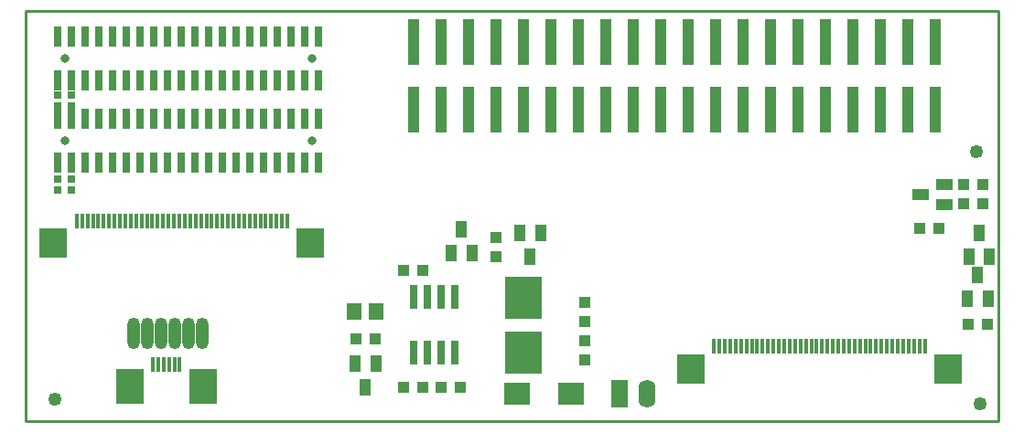
<source format=gbr>
G04 #@! TF.FileFunction,Soldermask,Top*
%FSLAX46Y46*%
G04 Gerber Fmt 4.6, Leading zero omitted, Abs format (unit mm)*
G04 Created by KiCad (PCBNEW 4.0.2+dfsg1-stable) date  3.05.2016 (вт) 14:47:58 EEST*
%MOMM*%
G01*
G04 APERTURE LIST*
%ADD10C,0.600000*%
%ADD11C,0.254000*%
%ADD12R,3.448000X3.956000*%
%ADD13R,1.117600X1.117600*%
%ADD14R,1.371600X1.625600*%
%ADD15R,2.400000X2.100000*%
%ADD16R,1.101600X1.501600*%
%ADD17R,1.501600X1.101600*%
%ADD18C,0.801600*%
%ADD19R,0.801600X1.901600*%
%ADD20R,0.351600X1.401600*%
%ADD21R,2.501600X2.701600*%
%ADD22R,0.701600X2.301600*%
%ADD23R,1.101600X4.351600*%
%ADD24C,1.254000*%
%ADD25R,0.401600X1.401600*%
%ADD26R,2.601600X3.301600*%
%ADD27R,0.651600X0.801600*%
%ADD28O,1.162000X2.940000*%
%ADD29R,1.601600X2.601600*%
%ADD30O,1.601600X2.601600*%
G04 APERTURE END LIST*
D10*
D11*
X60000000Y-42000000D02*
X60000000Y-80000000D01*
X150000000Y-42000000D02*
X60000000Y-42000000D01*
X150000000Y-80000000D02*
X150000000Y-42000000D01*
X60000000Y-80000000D02*
X150000000Y-80000000D01*
D12*
X106045000Y-73660000D03*
X106045000Y-68580000D03*
D13*
X96774000Y-66040000D03*
X94996000Y-66040000D03*
D14*
X90424000Y-69850000D03*
X92456000Y-69850000D03*
D15*
X110450000Y-77470000D03*
X105450000Y-77470000D03*
D16*
X106680000Y-64770000D03*
X105724960Y-62560200D03*
X107627420Y-62560200D03*
X91440000Y-76835000D03*
X90484960Y-74625200D03*
X92387420Y-74625200D03*
D17*
X142824200Y-58994040D03*
X145034000Y-58039000D03*
X145034000Y-59941460D03*
D18*
X63627000Y-46355000D03*
D19*
X62992000Y-48387000D03*
X62992000Y-44323000D03*
X64262000Y-48387000D03*
X64262000Y-44323000D03*
X65532000Y-48387000D03*
X65532000Y-44323000D03*
X66802000Y-48387000D03*
X66802000Y-44323000D03*
X68072000Y-48387000D03*
X68072000Y-44323000D03*
X69342000Y-48387000D03*
X69342000Y-44323000D03*
X70612000Y-48387000D03*
X70612000Y-44323000D03*
X71882000Y-48387000D03*
X71882000Y-44323000D03*
X73152000Y-48387000D03*
X73152000Y-44323000D03*
X74422000Y-48387000D03*
X74422000Y-44323000D03*
X87122000Y-44323000D03*
X87122000Y-48387000D03*
X85852000Y-44323000D03*
X85852000Y-48387000D03*
X84582000Y-44323000D03*
X84582000Y-48387000D03*
X83312000Y-44323000D03*
X83312000Y-48387000D03*
X82042000Y-44323000D03*
X82042000Y-48387000D03*
X80772000Y-44323000D03*
X80772000Y-48387000D03*
X79502000Y-44323000D03*
X79502000Y-48387000D03*
X78232000Y-44323000D03*
X78232000Y-48387000D03*
X76962000Y-44323000D03*
X76962000Y-48387000D03*
X75692000Y-44323000D03*
X75692000Y-48387000D03*
D18*
X86487000Y-46355000D03*
X63627000Y-54032000D03*
D19*
X62992000Y-56064000D03*
X62992000Y-52000000D03*
X64262000Y-56064000D03*
X64262000Y-52000000D03*
X65532000Y-56064000D03*
X65532000Y-52000000D03*
X66802000Y-56064000D03*
X66802000Y-52000000D03*
X68072000Y-56064000D03*
X68072000Y-52000000D03*
X69342000Y-56064000D03*
X69342000Y-52000000D03*
X70612000Y-56064000D03*
X70612000Y-52000000D03*
X71882000Y-56064000D03*
X71882000Y-52000000D03*
X73152000Y-56064000D03*
X73152000Y-52000000D03*
X74422000Y-56064000D03*
X74422000Y-52000000D03*
X87122000Y-52000000D03*
X87122000Y-56064000D03*
X85852000Y-52000000D03*
X85852000Y-56064000D03*
X84582000Y-52000000D03*
X84582000Y-56064000D03*
X83312000Y-52000000D03*
X83312000Y-56064000D03*
X82042000Y-52000000D03*
X82042000Y-56064000D03*
X80772000Y-52000000D03*
X80772000Y-56064000D03*
X79502000Y-52000000D03*
X79502000Y-56064000D03*
X78232000Y-52000000D03*
X78232000Y-56064000D03*
X76962000Y-52000000D03*
X76962000Y-56064000D03*
X75692000Y-52000000D03*
X75692000Y-56064000D03*
D18*
X86487000Y-54032000D03*
D20*
X84210000Y-61400000D03*
X83710000Y-61400000D03*
X83210000Y-61400000D03*
X82710000Y-61400000D03*
X82210000Y-61400000D03*
X81710000Y-61400000D03*
X81210000Y-61400000D03*
X80710000Y-61400000D03*
X80210000Y-61400000D03*
X79710000Y-61400000D03*
X79210000Y-61400000D03*
X78710000Y-61400000D03*
X78210000Y-61400000D03*
X77710000Y-61400000D03*
X77210000Y-61400000D03*
X76710000Y-61400000D03*
X76210000Y-61400000D03*
X75710000Y-61400000D03*
X75210000Y-61400000D03*
X74710000Y-61400000D03*
X74210000Y-61400000D03*
X73710000Y-61400000D03*
X73210000Y-61400000D03*
X72710000Y-61400000D03*
X72210000Y-61400000D03*
X71710000Y-61400000D03*
X71210000Y-61400000D03*
X70710000Y-61400000D03*
X70210000Y-61400000D03*
X69710000Y-61400000D03*
X69210000Y-61400000D03*
X68710000Y-61400000D03*
X68210000Y-61400000D03*
X67710000Y-61400000D03*
X67210000Y-61400000D03*
X66710000Y-61400000D03*
X66210000Y-61400000D03*
X65710000Y-61400000D03*
X65210000Y-61400000D03*
X64710000Y-61400000D03*
D21*
X86360000Y-63500000D03*
X62560000Y-63500000D03*
D20*
X143175000Y-73025000D03*
X142675000Y-73025000D03*
X142175000Y-73025000D03*
X141675000Y-73025000D03*
X141175000Y-73025000D03*
X140675000Y-73025000D03*
X140175000Y-73025000D03*
X139675000Y-73025000D03*
X139175000Y-73025000D03*
X138675000Y-73025000D03*
X138175000Y-73025000D03*
X137675000Y-73025000D03*
X137175000Y-73025000D03*
X136675000Y-73025000D03*
X136175000Y-73025000D03*
X135675000Y-73025000D03*
X135175000Y-73025000D03*
X134675000Y-73025000D03*
X134175000Y-73025000D03*
X133675000Y-73025000D03*
X133175000Y-73025000D03*
X132675000Y-73025000D03*
X132175000Y-73025000D03*
X131675000Y-73025000D03*
X131175000Y-73025000D03*
X130675000Y-73025000D03*
X130175000Y-73025000D03*
X129675000Y-73025000D03*
X129175000Y-73025000D03*
X128675000Y-73025000D03*
X128175000Y-73025000D03*
X127675000Y-73025000D03*
X127175000Y-73025000D03*
X126675000Y-73025000D03*
X126175000Y-73025000D03*
X125675000Y-73025000D03*
X125175000Y-73025000D03*
X124675000Y-73025000D03*
X124175000Y-73025000D03*
X123675000Y-73025000D03*
D21*
X145325000Y-75125000D03*
X121525000Y-75125000D03*
D16*
X148079460Y-66461640D03*
X149034500Y-68671440D03*
X147132040Y-68671440D03*
X148206460Y-62524640D03*
X149161500Y-64734440D03*
X147259040Y-64734440D03*
X100330000Y-62230000D03*
X101285040Y-64439800D03*
X99382580Y-64439800D03*
D13*
X111760000Y-74295000D03*
X111760000Y-72517000D03*
X94996000Y-76835000D03*
X96774000Y-76835000D03*
X98425000Y-76835000D03*
X100203000Y-76835000D03*
X111760000Y-70739000D03*
X111760000Y-68961000D03*
X90551000Y-72390000D03*
X92329000Y-72390000D03*
X146812000Y-58039000D03*
X146812000Y-59817000D03*
X148971000Y-70993000D03*
X147193000Y-70993000D03*
X103505000Y-64770000D03*
X103505000Y-62992000D03*
D22*
X99695000Y-68460000D03*
X98425000Y-68460000D03*
X97155000Y-68460000D03*
X95885000Y-68460000D03*
X95885000Y-73660000D03*
X97155000Y-73660000D03*
X98425000Y-73660000D03*
X99695000Y-73660000D03*
D23*
X144145000Y-44875000D03*
X144145000Y-51125000D03*
X141605000Y-44875000D03*
X141605000Y-51125000D03*
X139065000Y-44875000D03*
X139065000Y-51125000D03*
X136525000Y-44875000D03*
X136525000Y-51125000D03*
X133985000Y-44875000D03*
X133985000Y-51125000D03*
X131445000Y-44875000D03*
X131445000Y-51125000D03*
X128905000Y-44875000D03*
X128905000Y-51125000D03*
X126365000Y-44875000D03*
X126365000Y-51125000D03*
X123825000Y-44875000D03*
X123825000Y-51125000D03*
X121285000Y-44875000D03*
X121285000Y-51125000D03*
X118745000Y-44875000D03*
X118745000Y-51125000D03*
X116205000Y-44875000D03*
X116205000Y-51125000D03*
X113665000Y-44875000D03*
X113665000Y-51125000D03*
X111125000Y-44875000D03*
X111125000Y-51125000D03*
X108585000Y-44875000D03*
X108585000Y-51125000D03*
X106045000Y-44875000D03*
X106045000Y-51125000D03*
X103505000Y-44875000D03*
X103505000Y-51125000D03*
X100965000Y-44875000D03*
X100965000Y-51125000D03*
X98425000Y-44875000D03*
X98425000Y-51125000D03*
X95885000Y-44875000D03*
X95885000Y-51125000D03*
D13*
X148590000Y-58039000D03*
X148590000Y-59817000D03*
D24*
X62738000Y-77978000D03*
X147955000Y-54991000D03*
X148336000Y-78359000D03*
D13*
X142748000Y-62103000D03*
X144526000Y-62103000D03*
D25*
X74250000Y-74704000D03*
X73750000Y-74704000D03*
X73250000Y-74704000D03*
X72750000Y-74704000D03*
X72250000Y-74704000D03*
X71750000Y-74704000D03*
D26*
X76400000Y-76804000D03*
X69600000Y-76804000D03*
D27*
X62992000Y-49784000D03*
X62992000Y-50800000D03*
X64262000Y-49784000D03*
X64262000Y-50800000D03*
X62992000Y-57531000D03*
X62992000Y-58547000D03*
X64262000Y-57531000D03*
X64262000Y-58547000D03*
D28*
X76327000Y-71882000D03*
X75057000Y-71882000D03*
X73787000Y-71882000D03*
X72517000Y-71882000D03*
X71247000Y-71882000D03*
X69977000Y-71882000D03*
D29*
X114935000Y-77470000D03*
D30*
X117475000Y-77470000D03*
M02*

</source>
